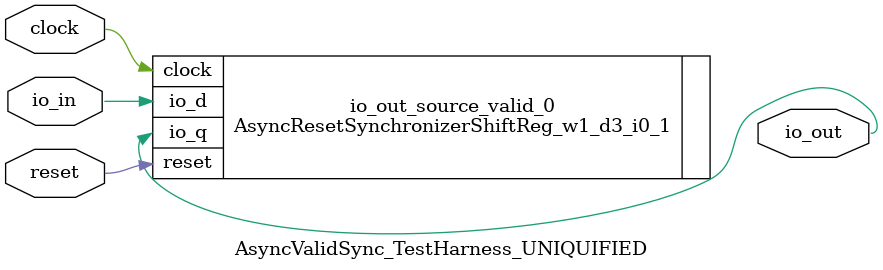
<source format=sv>
module AsyncValidSync_TestHarness_UNIQUIFIED(	// @[generators/rocket-chip/src/main/scala/util/AsyncQueue.scala:58:7]
  input  io_in,	// @[generators/rocket-chip/src/main/scala/util/AsyncQueue.scala:59:14]
  output io_out,	// @[generators/rocket-chip/src/main/scala/util/AsyncQueue.scala:59:14]
  input  clock,	// @[generators/rocket-chip/src/main/scala/util/AsyncQueue.scala:63:17]
  input  reset	// @[generators/rocket-chip/src/main/scala/util/AsyncQueue.scala:64:17]
);

  AsyncResetSynchronizerShiftReg_w1_d3_i0_1 io_out_source_valid_0 (	// @[generators/rocket-chip/src/main/scala/util/ShiftReg.scala:45:23]
    .clock (clock),
    .reset (reset),
    .io_d  (io_in),
    .io_q  (io_out)
  );	// @[generators/rocket-chip/src/main/scala/util/ShiftReg.scala:45:23]
endmodule


</source>
